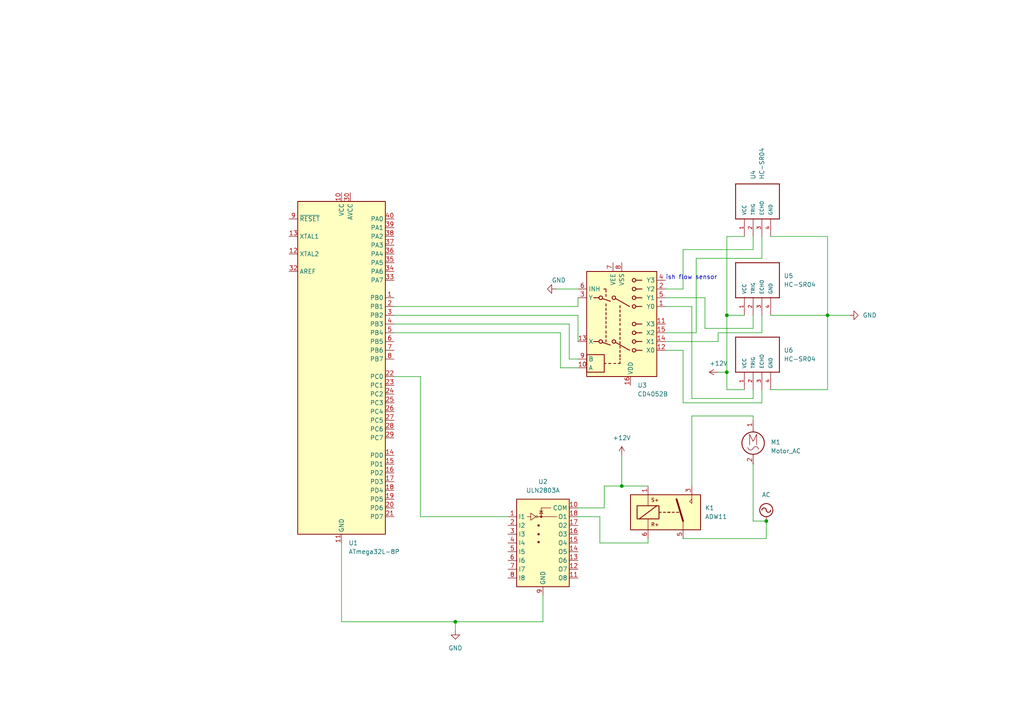
<source format=kicad_sch>
(kicad_sch (version 20211123) (generator eeschema)

  (uuid 3e34a85d-7004-406c-8bad-10218d890af4)

  (paper "A4")

  (lib_symbols
    (symbol "Analog_Switch:CD4052B" (in_bom yes) (on_board yes)
      (property "Reference" "U" (id 0) (at -10.16 16.51 0)
        (effects (font (size 1.27 1.27)) (justify left))
      )
      (property "Value" "CD4052B" (id 1) (at 3.81 16.51 0)
        (effects (font (size 1.27 1.27)) (justify left))
      )
      (property "Footprint" "" (id 2) (at 3.81 -19.05 0)
        (effects (font (size 1.27 1.27)) (justify left) hide)
      )
      (property "Datasheet" "http://www.ti.com/lit/ds/symlink/cd4052b.pdf" (id 3) (at -0.508 5.08 0)
        (effects (font (size 1.27 1.27)) hide)
      )
      (property "ki_keywords" "analog switch selector multiplexer" (id 4) (at 0 0 0)
        (effects (font (size 1.27 1.27)) hide)
      )
      (property "ki_description" "CMOS double 4-channel analog multiplexer/demultiplexer, TSSOP-16/DIP-16/SOIC-16" (id 5) (at 0 0 0)
        (effects (font (size 1.27 1.27)) hide)
      )
      (property "ki_fp_filters" "TSSOP*4.4x5mm*P0.65mm* DIP*W7.62* SOIC*3.9x9.9mm*P1.27mm* SO*5.3x10.2mm*P1.27mm*" (id 6) (at 0 0 0)
        (effects (font (size 1.27 1.27)) hide)
      )
      (symbol "CD4052B_0_1"
        (rectangle (start -10.16 8.89) (end -5.08 13.97)
          (stroke (width 0.254) (type default) (color 0 0 0 0))
          (fill (type none))
        )
        (rectangle (start -10.16 15.24) (end 10.16 -15.24)
          (stroke (width 0.254) (type default) (color 0 0 0 0))
          (fill (type background))
        )
        (circle (center -6.096 -7.62) (radius 0.508)
          (stroke (width 0.254) (type default) (color 0 0 0 0))
          (fill (type none))
        )
        (circle (center -6.096 5.08) (radius 0.508)
          (stroke (width 0.254) (type default) (color 0 0 0 0))
          (fill (type none))
        )
        (circle (center -2.286 -7.62) (radius 0.508)
          (stroke (width 0.254) (type default) (color 0 0 0 0))
          (fill (type none))
        )
        (circle (center -2.286 5.08) (radius 0.508)
          (stroke (width 0.254) (type default) (color 0 0 0 0))
          (fill (type none))
        )
        (polyline
          (pts
            (xy -8.128 -7.62)
            (xy -6.604 -7.62)
          )
          (stroke (width 0.254) (type default) (color 0 0 0 0))
          (fill (type none))
        )
        (polyline
          (pts
            (xy -8.128 5.08)
            (xy -6.604 5.08)
          )
          (stroke (width 0.254) (type default) (color 0 0 0 0))
          (fill (type none))
        )
        (polyline
          (pts
            (xy -5.588 -7.366)
            (xy -3.302 -6.604)
          )
          (stroke (width 0.254) (type default) (color 0 0 0 0))
          (fill (type none))
        )
        (polyline
          (pts
            (xy -5.588 5.334)
            (xy -3.302 6.096)
          )
          (stroke (width 0.254) (type default) (color 0 0 0 0))
          (fill (type none))
        )
        (polyline
          (pts
            (xy -4.572 -10.16)
            (xy -5.207 -10.16)
          )
          (stroke (width 0.254) (type default) (color 0 0 0 0))
          (fill (type none))
        )
        (polyline
          (pts
            (xy -4.572 -9.906)
            (xy -4.572 -9.271)
          )
          (stroke (width 0.254) (type default) (color 0 0 0 0))
          (fill (type none))
        )
        (polyline
          (pts
            (xy -4.572 -8.636)
            (xy -4.572 -8.001)
          )
          (stroke (width 0.254) (type default) (color 0 0 0 0))
          (fill (type none))
        )
        (polyline
          (pts
            (xy -4.572 -5.842)
            (xy -4.572 -5.207)
          )
          (stroke (width 0.254) (type default) (color 0 0 0 0))
          (fill (type none))
        )
        (polyline
          (pts
            (xy -4.572 -4.572)
            (xy -4.572 -3.937)
          )
          (stroke (width 0.254) (type default) (color 0 0 0 0))
          (fill (type none))
        )
        (polyline
          (pts
            (xy -4.572 -3.302)
            (xy -4.572 -2.667)
          )
          (stroke (width 0.254) (type default) (color 0 0 0 0))
          (fill (type none))
        )
        (polyline
          (pts
            (xy -4.572 -2.032)
            (xy -4.572 -1.397)
          )
          (stroke (width 0.254) (type default) (color 0 0 0 0))
          (fill (type none))
        )
        (polyline
          (pts
            (xy -4.572 -0.762)
            (xy -4.572 -0.127)
          )
          (stroke (width 0.254) (type default) (color 0 0 0 0))
          (fill (type none))
        )
        (polyline
          (pts
            (xy -4.572 0.508)
            (xy -4.572 1.143)
          )
          (stroke (width 0.254) (type default) (color 0 0 0 0))
          (fill (type none))
        )
        (polyline
          (pts
            (xy -4.572 2.032)
            (xy -4.572 2.667)
          )
          (stroke (width 0.254) (type default) (color 0 0 0 0))
          (fill (type none))
        )
        (polyline
          (pts
            (xy -4.572 3.302)
            (xy -4.572 3.937)
          )
          (stroke (width 0.254) (type default) (color 0 0 0 0))
          (fill (type none))
        )
        (polyline
          (pts
            (xy -4.572 4.572)
            (xy -4.572 5.207)
          )
          (stroke (width 0.254) (type default) (color 0 0 0 0))
          (fill (type none))
        )
        (polyline
          (pts
            (xy -4.572 11.43)
            (xy -5.08 11.43)
          )
          (stroke (width 0.254) (type default) (color 0 0 0 0))
          (fill (type none))
        )
        (polyline
          (pts
            (xy -3.81 11.43)
            (xy -3.175 11.43)
          )
          (stroke (width 0.254) (type default) (color 0 0 0 0))
          (fill (type none))
        )
        (polyline
          (pts
            (xy -1.778 -7.366)
            (xy 2.286 -5.08)
          )
          (stroke (width 0.254) (type default) (color 0 0 0 0))
          (fill (type none))
        )
        (polyline
          (pts
            (xy -1.778 5.334)
            (xy 2.286 7.62)
          )
          (stroke (width 0.254) (type default) (color 0 0 0 0))
          (fill (type none))
        )
        (polyline
          (pts
            (xy -1.778 11.43)
            (xy -2.286 11.43)
          )
          (stroke (width 0.254) (type default) (color 0 0 0 0))
          (fill (type none))
        )
        (polyline
          (pts
            (xy -0.508 -5.334)
            (xy -0.508 -4.699)
          )
          (stroke (width 0.254) (type default) (color 0 0 0 0))
          (fill (type none))
        )
        (polyline
          (pts
            (xy -0.508 -4.064)
            (xy -0.508 -3.429)
          )
          (stroke (width 0.254) (type default) (color 0 0 0 0))
          (fill (type none))
        )
        (polyline
          (pts
            (xy -0.508 -2.794)
            (xy -0.508 -2.159)
          )
          (stroke (width 0.254) (type default) (color 0 0 0 0))
          (fill (type none))
        )
        (polyline
          (pts
            (xy -0.508 -1.524)
            (xy -0.508 -0.889)
          )
          (stroke (width 0.254) (type default) (color 0 0 0 0))
          (fill (type none))
        )
        (polyline
          (pts
            (xy -0.508 -0.254)
            (xy -0.508 0.381)
          )
          (stroke (width 0.254) (type default) (color 0 0 0 0))
          (fill (type none))
        )
        (polyline
          (pts
            (xy -0.508 1.27)
            (xy -0.508 1.905)
          )
          (stroke (width 0.254) (type default) (color 0 0 0 0))
          (fill (type none))
        )
        (polyline
          (pts
            (xy -0.508 2.54)
            (xy -0.508 3.175)
          )
          (stroke (width 0.254) (type default) (color 0 0 0 0))
          (fill (type none))
        )
        (polyline
          (pts
            (xy -0.508 3.81)
            (xy -0.508 4.445)
          )
          (stroke (width 0.254) (type default) (color 0 0 0 0))
          (fill (type none))
        )
        (polyline
          (pts
            (xy -0.508 5.08)
            (xy -0.508 5.715)
          )
          (stroke (width 0.254) (type default) (color 0 0 0 0))
          (fill (type none))
        )
        (polyline
          (pts
            (xy -0.508 6.35)
            (xy -0.508 6.985)
          )
          (stroke (width 0.254) (type default) (color 0 0 0 0))
          (fill (type none))
        )
        (polyline
          (pts
            (xy -0.508 7.62)
            (xy -0.508 8.255)
          )
          (stroke (width 0.254) (type default) (color 0 0 0 0))
          (fill (type none))
        )
        (polyline
          (pts
            (xy -0.508 8.89)
            (xy -0.508 9.398)
          )
          (stroke (width 0.254) (type default) (color 0 0 0 0))
          (fill (type none))
        )
        (polyline
          (pts
            (xy -0.508 8.89)
            (xy -0.508 9.525)
          )
          (stroke (width 0.254) (type default) (color 0 0 0 0))
          (fill (type none))
        )
        (polyline
          (pts
            (xy -0.508 9.906)
            (xy -0.508 10.414)
          )
          (stroke (width 0.254) (type default) (color 0 0 0 0))
          (fill (type none))
        )
        (polyline
          (pts
            (xy -0.508 10.922)
            (xy -0.508 11.43)
          )
          (stroke (width 0.254) (type default) (color 0 0 0 0))
          (fill (type none))
        )
        (polyline
          (pts
            (xy -0.508 11.43)
            (xy -1.016 11.43)
          )
          (stroke (width 0.254) (type default) (color 0 0 0 0))
          (fill (type none))
        )
        (polyline
          (pts
            (xy 4.064 -12.7)
            (xy 5.842 -12.7)
          )
          (stroke (width 0.254) (type default) (color 0 0 0 0))
          (fill (type none))
        )
        (polyline
          (pts
            (xy 4.064 -10.16)
            (xy 5.842 -10.16)
          )
          (stroke (width 0.254) (type default) (color 0 0 0 0))
          (fill (type none))
        )
        (polyline
          (pts
            (xy 4.064 -7.62)
            (xy 5.842 -7.62)
          )
          (stroke (width 0.254) (type default) (color 0 0 0 0))
          (fill (type none))
        )
        (polyline
          (pts
            (xy 4.064 -5.08)
            (xy 5.842 -5.08)
          )
          (stroke (width 0.254) (type default) (color 0 0 0 0))
          (fill (type none))
        )
        (polyline
          (pts
            (xy 4.064 0)
            (xy 5.842 0)
          )
          (stroke (width 0.254) (type default) (color 0 0 0 0))
          (fill (type none))
        )
        (polyline
          (pts
            (xy 4.064 2.54)
            (xy 5.842 2.54)
          )
          (stroke (width 0.254) (type default) (color 0 0 0 0))
          (fill (type none))
        )
        (polyline
          (pts
            (xy 4.064 5.08)
            (xy 5.842 5.08)
          )
          (stroke (width 0.254) (type default) (color 0 0 0 0))
          (fill (type none))
        )
        (polyline
          (pts
            (xy 4.064 7.62)
            (xy 5.842 7.62)
          )
          (stroke (width 0.254) (type default) (color 0 0 0 0))
          (fill (type none))
        )
        (circle (center 3.556 -12.7) (radius 0.508)
          (stroke (width 0.254) (type default) (color 0 0 0 0))
          (fill (type none))
        )
        (circle (center 3.556 -10.16) (radius 0.508)
          (stroke (width 0.254) (type default) (color 0 0 0 0))
          (fill (type none))
        )
        (circle (center 3.556 -7.62) (radius 0.508)
          (stroke (width 0.254) (type default) (color 0 0 0 0))
          (fill (type none))
        )
        (circle (center 3.556 -5.08) (radius 0.508)
          (stroke (width 0.254) (type default) (color 0 0 0 0))
          (fill (type none))
        )
        (circle (center 3.556 0) (radius 0.508)
          (stroke (width 0.254) (type default) (color 0 0 0 0))
          (fill (type none))
        )
        (circle (center 3.556 2.54) (radius 0.508)
          (stroke (width 0.254) (type default) (color 0 0 0 0))
          (fill (type none))
        )
        (circle (center 3.556 5.08) (radius 0.508)
          (stroke (width 0.254) (type default) (color 0 0 0 0))
          (fill (type none))
        )
        (circle (center 3.556 7.62) (radius 0.508)
          (stroke (width 0.254) (type default) (color 0 0 0 0))
          (fill (type none))
        )
      )
      (symbol "CD4052B_1_1"
        (pin bidirectional line (at 12.7 -5.08 180) (length 2.54)
          (name "Y0" (effects (font (size 1.27 1.27))))
          (number "1" (effects (font (size 1.27 1.27))))
        )
        (pin input line (at -12.7 12.7 0) (length 2.54)
          (name "A" (effects (font (size 1.27 1.27))))
          (number "10" (effects (font (size 1.27 1.27))))
        )
        (pin bidirectional line (at 12.7 0 180) (length 2.54)
          (name "X3" (effects (font (size 1.27 1.27))))
          (number "11" (effects (font (size 1.27 1.27))))
        )
        (pin bidirectional line (at 12.7 7.62 180) (length 2.54)
          (name "X0" (effects (font (size 1.27 1.27))))
          (number "12" (effects (font (size 1.27 1.27))))
        )
        (pin bidirectional line (at -12.7 5.08 0) (length 2.54)
          (name "X" (effects (font (size 1.27 1.27))))
          (number "13" (effects (font (size 1.27 1.27))))
        )
        (pin bidirectional line (at 12.7 5.08 180) (length 2.54)
          (name "X1" (effects (font (size 1.27 1.27))))
          (number "14" (effects (font (size 1.27 1.27))))
        )
        (pin bidirectional line (at 12.7 2.54 180) (length 2.54)
          (name "X2" (effects (font (size 1.27 1.27))))
          (number "15" (effects (font (size 1.27 1.27))))
        )
        (pin power_in line (at 2.54 17.78 270) (length 2.54)
          (name "VDD" (effects (font (size 1.27 1.27))))
          (number "16" (effects (font (size 1.27 1.27))))
        )
        (pin bidirectional line (at 12.7 -10.16 180) (length 2.54)
          (name "Y2" (effects (font (size 1.27 1.27))))
          (number "2" (effects (font (size 1.27 1.27))))
        )
        (pin bidirectional line (at -12.7 -7.62 0) (length 2.54)
          (name "Y" (effects (font (size 1.27 1.27))))
          (number "3" (effects (font (size 1.27 1.27))))
        )
        (pin bidirectional line (at 12.7 -12.7 180) (length 2.54)
          (name "Y3" (effects (font (size 1.27 1.27))))
          (number "4" (effects (font (size 1.27 1.27))))
        )
        (pin bidirectional line (at 12.7 -7.62 180) (length 2.54)
          (name "Y1" (effects (font (size 1.27 1.27))))
          (number "5" (effects (font (size 1.27 1.27))))
        )
        (pin input line (at -12.7 -10.16 0) (length 2.54)
          (name "INH" (effects (font (size 1.27 1.27))))
          (number "6" (effects (font (size 1.27 1.27))))
        )
        (pin power_in line (at -2.54 -17.78 90) (length 2.54)
          (name "VEE" (effects (font (size 1.27 1.27))))
          (number "7" (effects (font (size 1.27 1.27))))
        )
        (pin power_in line (at 0 -17.78 90) (length 2.54)
          (name "VSS" (effects (font (size 1.27 1.27))))
          (number "8" (effects (font (size 1.27 1.27))))
        )
        (pin input line (at -12.7 10.16 0) (length 2.54)
          (name "B" (effects (font (size 1.27 1.27))))
          (number "9" (effects (font (size 1.27 1.27))))
        )
      )
    )
    (symbol "HC-SR04:HC-SR04" (pin_names (offset 1.016)) (in_bom yes) (on_board yes)
      (property "Reference" "U" (id 0) (at 0 5.08 0)
        (effects (font (size 1.27 1.27)) (justify left bottom))
      )
      (property "Value" "HC-SR04" (id 1) (at 0 -10.16 0)
        (effects (font (size 1.27 1.27)) (justify left bottom))
      )
      (property "Footprint" "XCVR_HC-SR04" (id 2) (at 0 0 0)
        (effects (font (size 1.27 1.27)) (justify left bottom) hide)
      )
      (property "Datasheet" "" (id 3) (at 0 0 0)
        (effects (font (size 1.27 1.27)) (justify left bottom) hide)
      )
      (property "MANUFACTURER" "Osepp" (id 4) (at 0 0 0)
        (effects (font (size 1.27 1.27)) (justify left bottom) hide)
      )
      (property "ki_locked" "" (id 5) (at 0 0 0)
        (effects (font (size 1.27 1.27)))
      )
      (symbol "HC-SR04_0_0"
        (polyline
          (pts
            (xy 0 -7.62)
            (xy 10.16 -7.62)
          )
          (stroke (width 0.254) (type default) (color 0 0 0 0))
          (fill (type none))
        )
        (polyline
          (pts
            (xy 0 5.08)
            (xy 0 -7.62)
          )
          (stroke (width 0.254) (type default) (color 0 0 0 0))
          (fill (type none))
        )
        (polyline
          (pts
            (xy 10.16 -7.62)
            (xy 10.16 5.08)
          )
          (stroke (width 0.254) (type default) (color 0 0 0 0))
          (fill (type none))
        )
        (polyline
          (pts
            (xy 10.16 5.08)
            (xy 0 5.08)
          )
          (stroke (width 0.254) (type default) (color 0 0 0 0))
          (fill (type none))
        )
        (pin power_in line (at -5.08 2.54 0) (length 5.08)
          (name "VCC" (effects (font (size 1.016 1.016))))
          (number "1" (effects (font (size 1.016 1.016))))
        )
        (pin bidirectional line (at -5.08 0 0) (length 5.08)
          (name "TRIG" (effects (font (size 1.016 1.016))))
          (number "2" (effects (font (size 1.016 1.016))))
        )
        (pin bidirectional line (at -5.08 -2.54 0) (length 5.08)
          (name "ECHO" (effects (font (size 1.016 1.016))))
          (number "3" (effects (font (size 1.016 1.016))))
        )
        (pin power_in line (at -5.08 -5.08 0) (length 5.08)
          (name "GND" (effects (font (size 1.016 1.016))))
          (number "4" (effects (font (size 1.016 1.016))))
        )
      )
    )
    (symbol "MCU_Microchip_ATmega:ATmega32L-8P" (in_bom yes) (on_board yes)
      (property "Reference" "U" (id 0) (at -12.7 49.53 0)
        (effects (font (size 1.27 1.27)) (justify left bottom))
      )
      (property "Value" "ATmega32L-8P" (id 1) (at 2.54 -49.53 0)
        (effects (font (size 1.27 1.27)) (justify left top))
      )
      (property "Footprint" "Package_DIP:DIP-40_W15.24mm" (id 2) (at 0 0 0)
        (effects (font (size 1.27 1.27) italic) hide)
      )
      (property "Datasheet" "http://ww1.microchip.com/downloads/en/DeviceDoc/doc2503.pdf" (id 3) (at 0 0 0)
        (effects (font (size 1.27 1.27)) hide)
      )
      (property "ki_keywords" "AVR 8bit Microcontroller MegaAVR" (id 4) (at 0 0 0)
        (effects (font (size 1.27 1.27)) hide)
      )
      (property "ki_description" "8MHz, 32kB Flash, 2kB SRAM, 1kB EEPROM, JTAG, DIP-40" (id 5) (at 0 0 0)
        (effects (font (size 1.27 1.27)) hide)
      )
      (property "ki_fp_filters" "DIP*W15.24mm*" (id 6) (at 0 0 0)
        (effects (font (size 1.27 1.27)) hide)
      )
      (symbol "ATmega32L-8P_0_1"
        (rectangle (start -12.7 -48.26) (end 12.7 48.26)
          (stroke (width 0.254) (type default) (color 0 0 0 0))
          (fill (type background))
        )
      )
      (symbol "ATmega32L-8P_1_1"
        (pin bidirectional line (at 15.24 20.32 180) (length 2.54)
          (name "PB0" (effects (font (size 1.27 1.27))))
          (number "1" (effects (font (size 1.27 1.27))))
        )
        (pin power_in line (at 0 50.8 270) (length 2.54)
          (name "VCC" (effects (font (size 1.27 1.27))))
          (number "10" (effects (font (size 1.27 1.27))))
        )
        (pin power_in line (at 0 -50.8 90) (length 2.54)
          (name "GND" (effects (font (size 1.27 1.27))))
          (number "11" (effects (font (size 1.27 1.27))))
        )
        (pin output line (at -15.24 33.02 0) (length 2.54)
          (name "XTAL2" (effects (font (size 1.27 1.27))))
          (number "12" (effects (font (size 1.27 1.27))))
        )
        (pin input line (at -15.24 38.1 0) (length 2.54)
          (name "XTAL1" (effects (font (size 1.27 1.27))))
          (number "13" (effects (font (size 1.27 1.27))))
        )
        (pin bidirectional line (at 15.24 -25.4 180) (length 2.54)
          (name "PD0" (effects (font (size 1.27 1.27))))
          (number "14" (effects (font (size 1.27 1.27))))
        )
        (pin bidirectional line (at 15.24 -27.94 180) (length 2.54)
          (name "PD1" (effects (font (size 1.27 1.27))))
          (number "15" (effects (font (size 1.27 1.27))))
        )
        (pin bidirectional line (at 15.24 -30.48 180) (length 2.54)
          (name "PD2" (effects (font (size 1.27 1.27))))
          (number "16" (effects (font (size 1.27 1.27))))
        )
        (pin bidirectional line (at 15.24 -33.02 180) (length 2.54)
          (name "PD3" (effects (font (size 1.27 1.27))))
          (number "17" (effects (font (size 1.27 1.27))))
        )
        (pin bidirectional line (at 15.24 -35.56 180) (length 2.54)
          (name "PD4" (effects (font (size 1.27 1.27))))
          (number "18" (effects (font (size 1.27 1.27))))
        )
        (pin bidirectional line (at 15.24 -38.1 180) (length 2.54)
          (name "PD5" (effects (font (size 1.27 1.27))))
          (number "19" (effects (font (size 1.27 1.27))))
        )
        (pin bidirectional line (at 15.24 17.78 180) (length 2.54)
          (name "PB1" (effects (font (size 1.27 1.27))))
          (number "2" (effects (font (size 1.27 1.27))))
        )
        (pin bidirectional line (at 15.24 -40.64 180) (length 2.54)
          (name "PD6" (effects (font (size 1.27 1.27))))
          (number "20" (effects (font (size 1.27 1.27))))
        )
        (pin bidirectional line (at 15.24 -43.18 180) (length 2.54)
          (name "PD7" (effects (font (size 1.27 1.27))))
          (number "21" (effects (font (size 1.27 1.27))))
        )
        (pin bidirectional line (at 15.24 -2.54 180) (length 2.54)
          (name "PC0" (effects (font (size 1.27 1.27))))
          (number "22" (effects (font (size 1.27 1.27))))
        )
        (pin bidirectional line (at 15.24 -5.08 180) (length 2.54)
          (name "PC1" (effects (font (size 1.27 1.27))))
          (number "23" (effects (font (size 1.27 1.27))))
        )
        (pin bidirectional line (at 15.24 -7.62 180) (length 2.54)
          (name "PC2" (effects (font (size 1.27 1.27))))
          (number "24" (effects (font (size 1.27 1.27))))
        )
        (pin bidirectional line (at 15.24 -10.16 180) (length 2.54)
          (name "PC3" (effects (font (size 1.27 1.27))))
          (number "25" (effects (font (size 1.27 1.27))))
        )
        (pin bidirectional line (at 15.24 -12.7 180) (length 2.54)
          (name "PC4" (effects (font (size 1.27 1.27))))
          (number "26" (effects (font (size 1.27 1.27))))
        )
        (pin bidirectional line (at 15.24 -15.24 180) (length 2.54)
          (name "PC5" (effects (font (size 1.27 1.27))))
          (number "27" (effects (font (size 1.27 1.27))))
        )
        (pin bidirectional line (at 15.24 -17.78 180) (length 2.54)
          (name "PC6" (effects (font (size 1.27 1.27))))
          (number "28" (effects (font (size 1.27 1.27))))
        )
        (pin bidirectional line (at 15.24 -20.32 180) (length 2.54)
          (name "PC7" (effects (font (size 1.27 1.27))))
          (number "29" (effects (font (size 1.27 1.27))))
        )
        (pin bidirectional line (at 15.24 15.24 180) (length 2.54)
          (name "PB2" (effects (font (size 1.27 1.27))))
          (number "3" (effects (font (size 1.27 1.27))))
        )
        (pin power_in line (at 2.54 50.8 270) (length 2.54)
          (name "AVCC" (effects (font (size 1.27 1.27))))
          (number "30" (effects (font (size 1.27 1.27))))
        )
        (pin passive line (at 0 -50.8 90) (length 2.54) hide
          (name "GND" (effects (font (size 1.27 1.27))))
          (number "31" (effects (font (size 1.27 1.27))))
        )
        (pin passive line (at -15.24 27.94 0) (length 2.54)
          (name "AREF" (effects (font (size 1.27 1.27))))
          (number "32" (effects (font (size 1.27 1.27))))
        )
        (pin bidirectional line (at 15.24 25.4 180) (length 2.54)
          (name "PA7" (effects (font (size 1.27 1.27))))
          (number "33" (effects (font (size 1.27 1.27))))
        )
        (pin bidirectional line (at 15.24 27.94 180) (length 2.54)
          (name "PA6" (effects (font (size 1.27 1.27))))
          (number "34" (effects (font (size 1.27 1.27))))
        )
        (pin bidirectional line (at 15.24 30.48 180) (length 2.54)
          (name "PA5" (effects (font (size 1.27 1.27))))
          (number "35" (effects (font (size 1.27 1.27))))
        )
        (pin bidirectional line (at 15.24 33.02 180) (length 2.54)
          (name "PA4" (effects (font (size 1.27 1.27))))
          (number "36" (effects (font (size 1.27 1.27))))
        )
        (pin bidirectional line (at 15.24 35.56 180) (length 2.54)
          (name "PA3" (effects (font (size 1.27 1.27))))
          (number "37" (effects (font (size 1.27 1.27))))
        )
        (pin bidirectional line (at 15.24 38.1 180) (length 2.54)
          (name "PA2" (effects (font (size 1.27 1.27))))
          (number "38" (effects (font (size 1.27 1.27))))
        )
        (pin bidirectional line (at 15.24 40.64 180) (length 2.54)
          (name "PA1" (effects (font (size 1.27 1.27))))
          (number "39" (effects (font (size 1.27 1.27))))
        )
        (pin bidirectional line (at 15.24 12.7 180) (length 2.54)
          (name "PB3" (effects (font (size 1.27 1.27))))
          (number "4" (effects (font (size 1.27 1.27))))
        )
        (pin bidirectional line (at 15.24 43.18 180) (length 2.54)
          (name "PA0" (effects (font (size 1.27 1.27))))
          (number "40" (effects (font (size 1.27 1.27))))
        )
        (pin bidirectional line (at 15.24 10.16 180) (length 2.54)
          (name "PB4" (effects (font (size 1.27 1.27))))
          (number "5" (effects (font (size 1.27 1.27))))
        )
        (pin bidirectional line (at 15.24 7.62 180) (length 2.54)
          (name "PB5" (effects (font (size 1.27 1.27))))
          (number "6" (effects (font (size 1.27 1.27))))
        )
        (pin bidirectional line (at 15.24 5.08 180) (length 2.54)
          (name "PB6" (effects (font (size 1.27 1.27))))
          (number "7" (effects (font (size 1.27 1.27))))
        )
        (pin bidirectional line (at 15.24 2.54 180) (length 2.54)
          (name "PB7" (effects (font (size 1.27 1.27))))
          (number "8" (effects (font (size 1.27 1.27))))
        )
        (pin input line (at -15.24 43.18 0) (length 2.54)
          (name "~{RESET}" (effects (font (size 1.27 1.27))))
          (number "9" (effects (font (size 1.27 1.27))))
        )
      )
    )
    (symbol "Motor:Motor_AC" (pin_names (offset 0)) (in_bom yes) (on_board yes)
      (property "Reference" "M" (id 0) (at 2.54 2.54 0)
        (effects (font (size 1.27 1.27)) (justify left))
      )
      (property "Value" "Motor_AC" (id 1) (at 2.54 -5.08 0)
        (effects (font (size 1.27 1.27)) (justify left top))
      )
      (property "Footprint" "" (id 2) (at 0 -2.286 0)
        (effects (font (size 1.27 1.27)) hide)
      )
      (property "Datasheet" "~" (id 3) (at 0 -2.286 0)
        (effects (font (size 1.27 1.27)) hide)
      )
      (property "ki_keywords" "AC Motor" (id 4) (at 0 0 0)
        (effects (font (size 1.27 1.27)) hide)
      )
      (property "ki_description" "AC Motor" (id 5) (at 0 0 0)
        (effects (font (size 1.27 1.27)) hide)
      )
      (property "ki_fp_filters" "PinHeader*P2.54mm* TerminalBlock*" (id 6) (at 0 0 0)
        (effects (font (size 1.27 1.27)) hide)
      )
      (symbol "Motor_AC_0_0"
        (arc (start -1.524 -2.794) (mid -0.8654 -3.5217) (end 0 -3.048)
          (stroke (width 0) (type default) (color 0 0 0 0))
          (fill (type none))
        )
        (polyline
          (pts
            (xy -1.016 -2.032)
            (xy -1.016 1.016)
            (xy 0 -1.016)
            (xy 1.016 1.016)
            (xy 1.016 -2.032)
          )
          (stroke (width 0) (type default) (color 0 0 0 0))
          (fill (type none))
        )
        (arc (start 1.524 -3.302) (mid 0.85 -2.5503) (end 0 -3.048)
          (stroke (width 0) (type default) (color 0 0 0 0))
          (fill (type none))
        )
      )
      (symbol "Motor_AC_0_1"
        (circle (center 0 -1.524) (radius 3.2512)
          (stroke (width 0.254) (type default) (color 0 0 0 0))
          (fill (type none))
        )
        (polyline
          (pts
            (xy 0 -7.62)
            (xy 0 -7.112)
          )
          (stroke (width 0) (type default) (color 0 0 0 0))
          (fill (type none))
        )
        (polyline
          (pts
            (xy 0 -4.7752)
            (xy 0 -5.1816)
          )
          (stroke (width 0) (type default) (color 0 0 0 0))
          (fill (type none))
        )
        (polyline
          (pts
            (xy 0 1.7272)
            (xy 0 2.0828)
          )
          (stroke (width 0) (type default) (color 0 0 0 0))
          (fill (type none))
        )
        (polyline
          (pts
            (xy 0 2.032)
            (xy 0 2.54)
          )
          (stroke (width 0) (type default) (color 0 0 0 0))
          (fill (type none))
        )
      )
      (symbol "Motor_AC_1_1"
        (pin passive line (at 0 5.08 270) (length 2.54)
          (name "~" (effects (font (size 1.27 1.27))))
          (number "1" (effects (font (size 1.27 1.27))))
        )
        (pin passive line (at 0 -7.62 90) (length 2.54)
          (name "~" (effects (font (size 1.27 1.27))))
          (number "2" (effects (font (size 1.27 1.27))))
        )
      )
    )
    (symbol "Relay:ADW11" (in_bom yes) (on_board yes)
      (property "Reference" "K" (id 0) (at 11.43 3.81 0)
        (effects (font (size 1.27 1.27)))
      )
      (property "Value" "ADW11" (id 1) (at 13.97 1.27 0)
        (effects (font (size 1.27 1.27)))
      )
      (property "Footprint" "Relay_THT:Relay_1P1T_NO_10x24x18.8mm_Panasonic_ADW11xxxxW_THT" (id 2) (at 33.655 -1.27 0)
        (effects (font (size 1.27 1.27)) hide)
      )
      (property "Datasheet" "https://www.panasonic-electric-works.com/pew/es/downloads/ds_dw_hl_en.pdf" (id 3) (at 0 0 0)
        (effects (font (size 1.27 1.27)) hide)
      )
      (property "ki_keywords" "SPST 1P1T" (id 4) (at 0 0 0)
        (effects (font (size 1.27 1.27)) hide)
      )
      (property "ki_description" "Panasonic, 8A/16A, Small Polarized Latching Power Relays, Single coil, 1 Form A" (id 5) (at 0 0 0)
        (effects (font (size 1.27 1.27)) hide)
      )
      (property "ki_fp_filters" "Relay*1P1T*NO*Panasonic*ADW11xxxxW*" (id 6) (at 0 0 0)
        (effects (font (size 1.27 1.27)) hide)
      )
      (symbol "ADW11_1_1"
        (rectangle (start -10.16 5.08) (end 10.16 -5.08)
          (stroke (width 0.254) (type default) (color 0 0 0 0))
          (fill (type background))
        )
        (rectangle (start -8.255 1.905) (end -1.905 -1.905)
          (stroke (width 0.254) (type default) (color 0 0 0 0))
          (fill (type none))
        )
        (polyline
          (pts
            (xy -7.62 -1.905)
            (xy -2.54 1.905)
          )
          (stroke (width 0.254) (type default) (color 0 0 0 0))
          (fill (type none))
        )
        (polyline
          (pts
            (xy -5.08 -5.08)
            (xy -5.08 -1.905)
          )
          (stroke (width 0) (type default) (color 0 0 0 0))
          (fill (type none))
        )
        (polyline
          (pts
            (xy -5.08 5.08)
            (xy -5.08 1.905)
          )
          (stroke (width 0) (type default) (color 0 0 0 0))
          (fill (type none))
        )
        (polyline
          (pts
            (xy -1.905 0)
            (xy -1.27 0)
          )
          (stroke (width 0.254) (type default) (color 0 0 0 0))
          (fill (type none))
        )
        (polyline
          (pts
            (xy -0.635 0)
            (xy 0 0)
          )
          (stroke (width 0.254) (type default) (color 0 0 0 0))
          (fill (type none))
        )
        (polyline
          (pts
            (xy 0.635 0)
            (xy 1.27 0)
          )
          (stroke (width 0.254) (type default) (color 0 0 0 0))
          (fill (type none))
        )
        (polyline
          (pts
            (xy 0.635 0)
            (xy 1.27 0)
          )
          (stroke (width 0.254) (type default) (color 0 0 0 0))
          (fill (type none))
        )
        (polyline
          (pts
            (xy 1.905 0)
            (xy 2.54 0)
          )
          (stroke (width 0.254) (type default) (color 0 0 0 0))
          (fill (type none))
        )
        (polyline
          (pts
            (xy 3.175 0)
            (xy 3.81 0)
          )
          (stroke (width 0.254) (type default) (color 0 0 0 0))
          (fill (type none))
        )
        (polyline
          (pts
            (xy 5.08 -2.54)
            (xy 3.175 3.81)
          )
          (stroke (width 0.508) (type default) (color 0 0 0 0))
          (fill (type none))
        )
        (polyline
          (pts
            (xy 5.08 -2.54)
            (xy 5.08 -5.08)
          )
          (stroke (width 0) (type default) (color 0 0 0 0))
          (fill (type none))
        )
        (polyline
          (pts
            (xy 7.62 3.81)
            (xy 7.62 5.08)
          )
          (stroke (width 0) (type default) (color 0 0 0 0))
          (fill (type none))
        )
        (polyline
          (pts
            (xy 7.62 3.81)
            (xy 7.62 2.54)
            (xy 6.985 3.175)
            (xy 7.62 3.81)
          )
          (stroke (width 0) (type default) (color 0 0 0 0))
          (fill (type none))
        )
        (text "R+" (at -3.048 -3.556 0)
          (effects (font (size 1.016 1.016)))
        )
        (text "S+" (at -3.048 3.556 0)
          (effects (font (size 1.016 1.016)))
        )
        (pin passive line (at -5.08 7.62 270) (length 2.54)
          (name "~" (effects (font (size 1.27 1.27))))
          (number "1" (effects (font (size 1.27 1.27))))
        )
        (pin passive line (at 7.62 7.62 270) (length 2.54)
          (name "~" (effects (font (size 1.27 1.27))))
          (number "3" (effects (font (size 1.27 1.27))))
        )
        (pin passive line (at 5.08 -7.62 90) (length 2.54)
          (name "~" (effects (font (size 1.27 1.27))))
          (number "5" (effects (font (size 1.27 1.27))))
        )
        (pin passive line (at -5.08 -7.62 90) (length 2.54)
          (name "~" (effects (font (size 1.27 1.27))))
          (number "6" (effects (font (size 1.27 1.27))))
        )
      )
    )
    (symbol "Transistor_Array:ULN2803A" (in_bom yes) (on_board yes)
      (property "Reference" "U" (id 0) (at 0 13.335 0)
        (effects (font (size 1.27 1.27)))
      )
      (property "Value" "ULN2803A" (id 1) (at 0 11.43 0)
        (effects (font (size 1.27 1.27)))
      )
      (property "Footprint" "" (id 2) (at 1.27 -16.51 0)
        (effects (font (size 1.27 1.27)) (justify left) hide)
      )
      (property "Datasheet" "http://www.ti.com/lit/ds/symlink/uln2803a.pdf" (id 3) (at 2.54 -5.08 0)
        (effects (font (size 1.27 1.27)) hide)
      )
      (property "ki_keywords" "Darlington transistor array" (id 4) (at 0 0 0)
        (effects (font (size 1.27 1.27)) hide)
      )
      (property "ki_description" "Darlington Transistor Arrays, SOIC18/DIP18" (id 5) (at 0 0 0)
        (effects (font (size 1.27 1.27)) hide)
      )
      (property "ki_fp_filters" "DIP*W7.62mm* SOIC*7.5x11.6mm*P1.27mm*" (id 6) (at 0 0 0)
        (effects (font (size 1.27 1.27)) hide)
      )
      (symbol "ULN2803A_0_1"
        (rectangle (start -7.62 -15.24) (end 7.62 10.16)
          (stroke (width 0.254) (type default) (color 0 0 0 0))
          (fill (type background))
        )
        (circle (center -1.778 5.08) (radius 0.254)
          (stroke (width 0) (type default) (color 0 0 0 0))
          (fill (type none))
        )
        (circle (center -1.27 -2.286) (radius 0.254)
          (stroke (width 0) (type default) (color 0 0 0 0))
          (fill (type outline))
        )
        (circle (center -1.27 0) (radius 0.254)
          (stroke (width 0) (type default) (color 0 0 0 0))
          (fill (type outline))
        )
        (circle (center -1.27 2.54) (radius 0.254)
          (stroke (width 0) (type default) (color 0 0 0 0))
          (fill (type outline))
        )
        (circle (center -0.508 5.08) (radius 0.254)
          (stroke (width 0) (type default) (color 0 0 0 0))
          (fill (type outline))
        )
        (polyline
          (pts
            (xy -4.572 5.08)
            (xy -3.556 5.08)
          )
          (stroke (width 0) (type default) (color 0 0 0 0))
          (fill (type none))
        )
        (polyline
          (pts
            (xy -1.524 5.08)
            (xy 4.064 5.08)
          )
          (stroke (width 0) (type default) (color 0 0 0 0))
          (fill (type none))
        )
        (polyline
          (pts
            (xy 0 6.731)
            (xy -1.016 6.731)
          )
          (stroke (width 0) (type default) (color 0 0 0 0))
          (fill (type none))
        )
        (polyline
          (pts
            (xy -0.508 5.08)
            (xy -0.508 7.62)
            (xy 2.286 7.62)
          )
          (stroke (width 0) (type default) (color 0 0 0 0))
          (fill (type none))
        )
        (polyline
          (pts
            (xy -3.556 6.096)
            (xy -3.556 4.064)
            (xy -2.032 5.08)
            (xy -3.556 6.096)
          )
          (stroke (width 0) (type default) (color 0 0 0 0))
          (fill (type none))
        )
        (polyline
          (pts
            (xy 0 5.969)
            (xy -1.016 5.969)
            (xy -0.508 6.731)
            (xy 0 5.969)
          )
          (stroke (width 0) (type default) (color 0 0 0 0))
          (fill (type none))
        )
      )
      (symbol "ULN2803A_1_1"
        (pin input line (at -10.16 5.08 0) (length 2.54)
          (name "I1" (effects (font (size 1.27 1.27))))
          (number "1" (effects (font (size 1.27 1.27))))
        )
        (pin passive line (at 10.16 7.62 180) (length 2.54)
          (name "COM" (effects (font (size 1.27 1.27))))
          (number "10" (effects (font (size 1.27 1.27))))
        )
        (pin open_collector line (at 10.16 -12.7 180) (length 2.54)
          (name "O8" (effects (font (size 1.27 1.27))))
          (number "11" (effects (font (size 1.27 1.27))))
        )
        (pin open_collector line (at 10.16 -10.16 180) (length 2.54)
          (name "O7" (effects (font (size 1.27 1.27))))
          (number "12" (effects (font (size 1.27 1.27))))
        )
        (pin open_collector line (at 10.16 -7.62 180) (length 2.54)
          (name "O6" (effects (font (size 1.27 1.27))))
          (number "13" (effects (font (size 1.27 1.27))))
        )
        (pin open_collector line (at 10.16 -5.08 180) (length 2.54)
          (name "O5" (effects (font (size 1.27 1.27))))
          (number "14" (effects (font (size 1.27 1.27))))
        )
        (pin open_collector line (at 10.16 -2.54 180) (length 2.54)
          (name "O4" (effects (font (size 1.27 1.27))))
          (number "15" (effects (font (size 1.27 1.27))))
        )
        (pin open_collector line (at 10.16 0 180) (length 2.54)
          (name "O3" (effects (font (size 1.27 1.27))))
          (number "16" (effects (font (size 1.27 1.27))))
        )
        (pin open_collector line (at 10.16 2.54 180) (length 2.54)
          (name "O2" (effects (font (size 1.27 1.27))))
          (number "17" (effects (font (size 1.27 1.27))))
        )
        (pin open_collector line (at 10.16 5.08 180) (length 2.54)
          (name "O1" (effects (font (size 1.27 1.27))))
          (number "18" (effects (font (size 1.27 1.27))))
        )
        (pin input line (at -10.16 2.54 0) (length 2.54)
          (name "I2" (effects (font (size 1.27 1.27))))
          (number "2" (effects (font (size 1.27 1.27))))
        )
        (pin input line (at -10.16 0 0) (length 2.54)
          (name "I3" (effects (font (size 1.27 1.27))))
          (number "3" (effects (font (size 1.27 1.27))))
        )
        (pin input line (at -10.16 -2.54 0) (length 2.54)
          (name "I4" (effects (font (size 1.27 1.27))))
          (number "4" (effects (font (size 1.27 1.27))))
        )
        (pin input line (at -10.16 -5.08 0) (length 2.54)
          (name "I5" (effects (font (size 1.27 1.27))))
          (number "5" (effects (font (size 1.27 1.27))))
        )
        (pin input line (at -10.16 -7.62 0) (length 2.54)
          (name "I6" (effects (font (size 1.27 1.27))))
          (number "6" (effects (font (size 1.27 1.27))))
        )
        (pin input line (at -10.16 -10.16 0) (length 2.54)
          (name "I7" (effects (font (size 1.27 1.27))))
          (number "7" (effects (font (size 1.27 1.27))))
        )
        (pin input line (at -10.16 -12.7 0) (length 2.54)
          (name "I8" (effects (font (size 1.27 1.27))))
          (number "8" (effects (font (size 1.27 1.27))))
        )
        (pin power_in line (at 0 -17.78 90) (length 2.54)
          (name "GND" (effects (font (size 1.27 1.27))))
          (number "9" (effects (font (size 1.27 1.27))))
        )
      )
    )
    (symbol "power:+12V" (power) (pin_names (offset 0)) (in_bom yes) (on_board yes)
      (property "Reference" "#PWR" (id 0) (at 0 -3.81 0)
        (effects (font (size 1.27 1.27)) hide)
      )
      (property "Value" "+12V" (id 1) (at 0 3.556 0)
        (effects (font (size 1.27 1.27)))
      )
      (property "Footprint" "" (id 2) (at 0 0 0)
        (effects (font (size 1.27 1.27)) hide)
      )
      (property "Datasheet" "" (id 3) (at 0 0 0)
        (effects (font (size 1.27 1.27)) hide)
      )
      (property "ki_keywords" "power-flag" (id 4) (at 0 0 0)
        (effects (font (size 1.27 1.27)) hide)
      )
      (property "ki_description" "Power symbol creates a global label with name \"+12V\"" (id 5) (at 0 0 0)
        (effects (font (size 1.27 1.27)) hide)
      )
      (symbol "+12V_0_1"
        (polyline
          (pts
            (xy -0.762 1.27)
            (xy 0 2.54)
          )
          (stroke (width 0) (type default) (color 0 0 0 0))
          (fill (type none))
        )
        (polyline
          (pts
            (xy 0 0)
            (xy 0 2.54)
          )
          (stroke (width 0) (type default) (color 0 0 0 0))
          (fill (type none))
        )
        (polyline
          (pts
            (xy 0 2.54)
            (xy 0.762 1.27)
          )
          (stroke (width 0) (type default) (color 0 0 0 0))
          (fill (type none))
        )
      )
      (symbol "+12V_1_1"
        (pin power_in line (at 0 0 90) (length 0) hide
          (name "+12V" (effects (font (size 1.27 1.27))))
          (number "1" (effects (font (size 1.27 1.27))))
        )
      )
    )
    (symbol "power:AC" (power) (pin_names (offset 0)) (in_bom yes) (on_board yes)
      (property "Reference" "#PWR" (id 0) (at 0 -2.54 0)
        (effects (font (size 1.27 1.27)) hide)
      )
      (property "Value" "AC" (id 1) (at 0 6.35 0)
        (effects (font (size 1.27 1.27)))
      )
      (property "Footprint" "" (id 2) (at 0 0 0)
        (effects (font (size 1.27 1.27)) hide)
      )
      (property "Datasheet" "" (id 3) (at 0 0 0)
        (effects (font (size 1.27 1.27)) hide)
      )
      (property "ki_keywords" "power-flag" (id 4) (at 0 0 0)
        (effects (font (size 1.27 1.27)) hide)
      )
      (property "ki_description" "Power symbol creates a global label with name \"AC\"" (id 5) (at 0 0 0)
        (effects (font (size 1.27 1.27)) hide)
      )
      (symbol "AC_0_1"
        (polyline
          (pts
            (xy 0 0)
            (xy 0 1.27)
          )
          (stroke (width 0) (type default) (color 0 0 0 0))
          (fill (type none))
        )
        (arc (start 0 3.175) (mid -0.635 3.81) (end -1.27 3.175)
          (stroke (width 0.254) (type default) (color 0 0 0 0))
          (fill (type none))
        )
        (arc (start 0 3.175) (mid 0.635 2.54) (end 1.27 3.175)
          (stroke (width 0.254) (type default) (color 0 0 0 0))
          (fill (type none))
        )
        (circle (center 0 3.175) (radius 1.905)
          (stroke (width 0.254) (type default) (color 0 0 0 0))
          (fill (type none))
        )
      )
      (symbol "AC_1_1"
        (pin power_in line (at 0 0 90) (length 0) hide
          (name "AC" (effects (font (size 1.27 1.27))))
          (number "1" (effects (font (size 1.27 1.27))))
        )
      )
    )
    (symbol "power:GND" (power) (pin_names (offset 0)) (in_bom yes) (on_board yes)
      (property "Reference" "#PWR" (id 0) (at 0 -6.35 0)
        (effects (font (size 1.27 1.27)) hide)
      )
      (property "Value" "GND" (id 1) (at 0 -3.81 0)
        (effects (font (size 1.27 1.27)))
      )
      (property "Footprint" "" (id 2) (at 0 0 0)
        (effects (font (size 1.27 1.27)) hide)
      )
      (property "Datasheet" "" (id 3) (at 0 0 0)
        (effects (font (size 1.27 1.27)) hide)
      )
      (property "ki_keywords" "power-flag" (id 4) (at 0 0 0)
        (effects (font (size 1.27 1.27)) hide)
      )
      (property "ki_description" "Power symbol creates a global label with name \"GND\" , ground" (id 5) (at 0 0 0)
        (effects (font (size 1.27 1.27)) hide)
      )
      (symbol "GND_0_1"
        (polyline
          (pts
            (xy 0 0)
            (xy 0 -1.27)
            (xy 1.27 -1.27)
            (xy 0 -2.54)
            (xy -1.27 -1.27)
            (xy 0 -1.27)
          )
          (stroke (width 0) (type default) (color 0 0 0 0))
          (fill (type none))
        )
      )
      (symbol "GND_1_1"
        (pin power_in line (at 0 0 270) (length 0) hide
          (name "GND" (effects (font (size 1.27 1.27))))
          (number "1" (effects (font (size 1.27 1.27))))
        )
      )
    )
  )

  (junction (at 180.34 140.97) (diameter 0) (color 0 0 0 0)
    (uuid 07148e80-9546-4316-8334-a43662ddaae3)
  )
  (junction (at 210.82 91.44) (diameter 0) (color 0 0 0 0)
    (uuid 142475ed-152b-47f1-866b-de35bd7b14c6)
  )
  (junction (at 222.25 151.13) (diameter 0) (color 0 0 0 0)
    (uuid 2e6ed121-939a-44e3-8f20-2d31ba12e903)
  )
  (junction (at 240.03 91.44) (diameter 0) (color 0 0 0 0)
    (uuid 715045d0-3376-480b-b7fe-7c66d8bafcd2)
  )
  (junction (at 132.08 180.34) (diameter 0) (color 0 0 0 0)
    (uuid 79153e64-f755-4d52-805d-1ad7977276a5)
  )
  (junction (at 210.82 107.95) (diameter 0) (color 0 0 0 0)
    (uuid e0e7de04-8126-4915-b37d-34b87fdb8f6b)
  )

  (wire (pts (xy 220.98 91.44) (xy 220.98 96.52))
    (stroke (width 0) (type default) (color 0 0 0 0))
    (uuid 0be54d07-bf3c-49a7-af85-09749cc8ab6e)
  )
  (wire (pts (xy 114.3 88.9) (xy 167.64 88.9))
    (stroke (width 0) (type default) (color 0 0 0 0))
    (uuid 0c23b61d-30a8-4b61-9ed9-be7a195f7b45)
  )
  (wire (pts (xy 218.44 151.13) (xy 222.25 151.13))
    (stroke (width 0) (type default) (color 0 0 0 0))
    (uuid 114e9a10-7eb4-4e12-8c72-d7f166ac4ebf)
  )
  (wire (pts (xy 218.44 72.39) (xy 218.44 68.58))
    (stroke (width 0) (type default) (color 0 0 0 0))
    (uuid 130150ed-8df1-4189-9509-f4adf8ff10c7)
  )
  (wire (pts (xy 198.12 156.21) (xy 222.25 156.21))
    (stroke (width 0) (type default) (color 0 0 0 0))
    (uuid 13321fd0-9280-476e-94c4-065e1926a36a)
  )
  (wire (pts (xy 200.66 120.65) (xy 218.44 120.65))
    (stroke (width 0) (type default) (color 0 0 0 0))
    (uuid 1a27e981-6f24-4e1d-b0aa-00025f193add)
  )
  (wire (pts (xy 201.93 96.52) (xy 201.93 74.93))
    (stroke (width 0) (type default) (color 0 0 0 0))
    (uuid 22c66d31-ca81-401e-9c1b-41507430d764)
  )
  (wire (pts (xy 193.04 83.82) (xy 198.12 83.82))
    (stroke (width 0) (type default) (color 0 0 0 0))
    (uuid 2bc3e4f5-9797-43de-ba35-35519900583f)
  )
  (wire (pts (xy 167.64 86.36) (xy 167.64 88.9))
    (stroke (width 0) (type default) (color 0 0 0 0))
    (uuid 2fcdabc0-086c-411a-a5c2-087bf5666b0b)
  )
  (wire (pts (xy 198.12 83.82) (xy 198.12 72.39))
    (stroke (width 0) (type default) (color 0 0 0 0))
    (uuid 344a67ae-757e-4416-8bb4-f7dbf87385a4)
  )
  (wire (pts (xy 167.64 147.32) (xy 175.26 147.32))
    (stroke (width 0) (type default) (color 0 0 0 0))
    (uuid 38478118-7782-4033-ab26-1a0eca9f5ee6)
  )
  (wire (pts (xy 114.3 109.22) (xy 121.92 109.22))
    (stroke (width 0) (type default) (color 0 0 0 0))
    (uuid 39245fce-5e11-4184-af16-6f847cfeda9e)
  )
  (wire (pts (xy 218.44 120.65) (xy 218.44 121.92))
    (stroke (width 0) (type default) (color 0 0 0 0))
    (uuid 3b07212e-633c-4c01-b44a-cc13ddd404fe)
  )
  (wire (pts (xy 204.47 86.36) (xy 204.47 95.25))
    (stroke (width 0) (type default) (color 0 0 0 0))
    (uuid 3f43c031-3958-4b2d-b048-3635ac7fbacb)
  )
  (wire (pts (xy 121.92 149.86) (xy 147.32 149.86))
    (stroke (width 0) (type default) (color 0 0 0 0))
    (uuid 3f5cd7f2-8996-4789-a332-194497916b2e)
  )
  (wire (pts (xy 200.66 88.9) (xy 200.66 115.57))
    (stroke (width 0) (type default) (color 0 0 0 0))
    (uuid 41c27bf5-568e-459d-91a8-ed2513e3cd02)
  )
  (wire (pts (xy 157.48 172.72) (xy 157.48 180.34))
    (stroke (width 0) (type default) (color 0 0 0 0))
    (uuid 429f62bc-1851-4cde-a67d-57d0552b2f26)
  )
  (wire (pts (xy 99.06 180.34) (xy 132.08 180.34))
    (stroke (width 0) (type default) (color 0 0 0 0))
    (uuid 454c9c67-5746-4397-82af-32507f4621cc)
  )
  (wire (pts (xy 220.98 68.58) (xy 220.98 74.93))
    (stroke (width 0) (type default) (color 0 0 0 0))
    (uuid 4bf16e92-bf9c-4aab-a459-0835993ff229)
  )
  (wire (pts (xy 132.08 180.34) (xy 132.08 182.88))
    (stroke (width 0) (type default) (color 0 0 0 0))
    (uuid 4c5d4a3b-2669-4e7f-841b-24b52e22121d)
  )
  (wire (pts (xy 198.12 101.6) (xy 198.12 116.84))
    (stroke (width 0) (type default) (color 0 0 0 0))
    (uuid 5068bf22-5927-4e4c-98b8-2b38b36d3cce)
  )
  (wire (pts (xy 193.04 86.36) (xy 204.47 86.36))
    (stroke (width 0) (type default) (color 0 0 0 0))
    (uuid 5581240e-96ea-4f28-9ebf-df29dda76020)
  )
  (wire (pts (xy 167.64 91.44) (xy 167.64 99.06))
    (stroke (width 0) (type default) (color 0 0 0 0))
    (uuid 575095b6-2680-4fa5-9df1-009bdca2f1e4)
  )
  (wire (pts (xy 210.82 107.95) (xy 210.82 113.03))
    (stroke (width 0) (type default) (color 0 0 0 0))
    (uuid 5c17de8e-55b4-4c03-b0ad-b8ec303fabfb)
  )
  (wire (pts (xy 240.03 91.44) (xy 246.38 91.44))
    (stroke (width 0) (type default) (color 0 0 0 0))
    (uuid 5cba5f45-a596-4d3f-8004-02a7ee54cd24)
  )
  (wire (pts (xy 240.03 68.58) (xy 240.03 91.44))
    (stroke (width 0) (type default) (color 0 0 0 0))
    (uuid 5e54744a-3cb7-49bc-b34c-27da5a85d006)
  )
  (wire (pts (xy 114.3 93.98) (xy 165.1 93.98))
    (stroke (width 0) (type default) (color 0 0 0 0))
    (uuid 5fc3cd37-ba6d-4b1e-a9e5-96cafc954e3a)
  )
  (wire (pts (xy 240.03 91.44) (xy 240.03 113.03))
    (stroke (width 0) (type default) (color 0 0 0 0))
    (uuid 6291621f-ad5c-4ffb-9cff-6acabdc88ca0)
  )
  (wire (pts (xy 165.1 93.98) (xy 165.1 104.14))
    (stroke (width 0) (type default) (color 0 0 0 0))
    (uuid 68be799b-0b7d-4b44-b173-07ae9685a9b9)
  )
  (wire (pts (xy 114.3 96.52) (xy 162.56 96.52))
    (stroke (width 0) (type default) (color 0 0 0 0))
    (uuid 71ef2ee5-9241-47df-baaa-fc03c525689c)
  )
  (wire (pts (xy 198.12 116.84) (xy 220.98 116.84))
    (stroke (width 0) (type default) (color 0 0 0 0))
    (uuid 74e0c1d7-4e40-4a62-af53-1c2a22100291)
  )
  (wire (pts (xy 215.9 68.58) (xy 210.82 68.58))
    (stroke (width 0) (type default) (color 0 0 0 0))
    (uuid 75aafc88-9317-4231-96d5-b5ec1e86beef)
  )
  (wire (pts (xy 162.56 96.52) (xy 162.56 106.68))
    (stroke (width 0) (type default) (color 0 0 0 0))
    (uuid 7dedd96c-0091-4298-9674-4f1c88ba9b83)
  )
  (wire (pts (xy 193.04 96.52) (xy 201.93 96.52))
    (stroke (width 0) (type default) (color 0 0 0 0))
    (uuid 83eff0ae-ee6c-40ab-b79f-6b0b2b4b560a)
  )
  (wire (pts (xy 210.82 113.03) (xy 215.9 113.03))
    (stroke (width 0) (type default) (color 0 0 0 0))
    (uuid 8625f441-4c7c-4139-88ed-e56290d5b649)
  )
  (wire (pts (xy 99.06 157.48) (xy 99.06 180.34))
    (stroke (width 0) (type default) (color 0 0 0 0))
    (uuid 89a0dd47-5eed-4420-b386-8c265aa5c183)
  )
  (wire (pts (xy 193.04 88.9) (xy 200.66 88.9))
    (stroke (width 0) (type default) (color 0 0 0 0))
    (uuid 8dc67544-85f1-40b9-b3f7-b06574779625)
  )
  (wire (pts (xy 193.04 101.6) (xy 198.12 101.6))
    (stroke (width 0) (type default) (color 0 0 0 0))
    (uuid 8efea116-8451-419f-ae45-0e18acdd3e6b)
  )
  (wire (pts (xy 193.04 99.06) (xy 208.28 99.06))
    (stroke (width 0) (type default) (color 0 0 0 0))
    (uuid 939c3db1-e049-4569-9a24-cb4f9a0f83fb)
  )
  (wire (pts (xy 208.28 99.06) (xy 208.28 96.52))
    (stroke (width 0) (type default) (color 0 0 0 0))
    (uuid 94d7d018-aac9-425c-bd04-cbada78150be)
  )
  (wire (pts (xy 132.08 180.34) (xy 157.48 180.34))
    (stroke (width 0) (type default) (color 0 0 0 0))
    (uuid 98874347-9985-48d9-ad61-cb8b0c96cbd0)
  )
  (wire (pts (xy 173.99 149.86) (xy 173.99 157.48))
    (stroke (width 0) (type default) (color 0 0 0 0))
    (uuid 9b22e19e-6b62-4baf-8284-79ed5a119cf8)
  )
  (wire (pts (xy 162.56 106.68) (xy 167.64 106.68))
    (stroke (width 0) (type default) (color 0 0 0 0))
    (uuid 9b97b0ef-a6ab-42e5-94ec-bc8c5fdd0f6a)
  )
  (wire (pts (xy 200.66 140.97) (xy 200.66 120.65))
    (stroke (width 0) (type default) (color 0 0 0 0))
    (uuid 9bbcb671-5c1b-4fcb-9380-166ab917a561)
  )
  (wire (pts (xy 210.82 68.58) (xy 210.82 91.44))
    (stroke (width 0) (type default) (color 0 0 0 0))
    (uuid 9c31e31b-b7c7-467d-9808-92b06432993b)
  )
  (wire (pts (xy 223.52 68.58) (xy 240.03 68.58))
    (stroke (width 0) (type default) (color 0 0 0 0))
    (uuid 9c3d1374-2385-4d3b-a357-879c04dbdbc8)
  )
  (wire (pts (xy 223.52 91.44) (xy 240.03 91.44))
    (stroke (width 0) (type default) (color 0 0 0 0))
    (uuid a261fdd7-bafd-4f10-b74c-97150c48a4c4)
  )
  (wire (pts (xy 175.26 140.97) (xy 180.34 140.97))
    (stroke (width 0) (type default) (color 0 0 0 0))
    (uuid a708d9ab-0d02-46d5-896c-6b1db49f6310)
  )
  (wire (pts (xy 173.99 157.48) (xy 187.96 157.48))
    (stroke (width 0) (type default) (color 0 0 0 0))
    (uuid a9c75233-7ef8-4061-8cd4-030f92df0e74)
  )
  (wire (pts (xy 210.82 91.44) (xy 215.9 91.44))
    (stroke (width 0) (type default) (color 0 0 0 0))
    (uuid adff09ab-6d97-4b1d-b939-05e0912ad68a)
  )
  (wire (pts (xy 198.12 72.39) (xy 218.44 72.39))
    (stroke (width 0) (type default) (color 0 0 0 0))
    (uuid b611c072-c767-493b-b936-8a87b9d102fc)
  )
  (wire (pts (xy 167.64 149.86) (xy 173.99 149.86))
    (stroke (width 0) (type default) (color 0 0 0 0))
    (uuid b7428018-2efa-4f13-b999-e6c158dade0f)
  )
  (wire (pts (xy 208.28 96.52) (xy 220.98 96.52))
    (stroke (width 0) (type default) (color 0 0 0 0))
    (uuid c4423ed2-760a-4812-b321-26a18cb732c8)
  )
  (wire (pts (xy 220.98 113.03) (xy 220.98 116.84))
    (stroke (width 0) (type default) (color 0 0 0 0))
    (uuid c49e7798-2f24-44e5-bcdd-ac5a6e428015)
  )
  (wire (pts (xy 165.1 104.14) (xy 167.64 104.14))
    (stroke (width 0) (type default) (color 0 0 0 0))
    (uuid c5c85cc1-ceed-4170-b260-52a5c28c03db)
  )
  (wire (pts (xy 208.28 107.95) (xy 210.82 107.95))
    (stroke (width 0) (type default) (color 0 0 0 0))
    (uuid c612abd6-e290-48ec-a07d-5709312183db)
  )
  (wire (pts (xy 218.44 115.57) (xy 218.44 113.03))
    (stroke (width 0) (type default) (color 0 0 0 0))
    (uuid c6ceceba-4d76-4ad1-96b3-e615bf9ea514)
  )
  (wire (pts (xy 187.96 157.48) (xy 187.96 156.21))
    (stroke (width 0) (type default) (color 0 0 0 0))
    (uuid c87cd7af-0d5f-444c-a5ff-91fb147d2e36)
  )
  (wire (pts (xy 121.92 109.22) (xy 121.92 149.86))
    (stroke (width 0) (type default) (color 0 0 0 0))
    (uuid cab37041-25da-4891-8a45-f724b3b9874e)
  )
  (wire (pts (xy 210.82 91.44) (xy 210.82 107.95))
    (stroke (width 0) (type default) (color 0 0 0 0))
    (uuid cb865d59-acd5-4684-9731-6ceaed901c59)
  )
  (wire (pts (xy 218.44 134.62) (xy 218.44 151.13))
    (stroke (width 0) (type default) (color 0 0 0 0))
    (uuid d5a49ce6-5525-46c5-899a-aa641ecf88c0)
  )
  (wire (pts (xy 180.34 132.08) (xy 180.34 140.97))
    (stroke (width 0) (type default) (color 0 0 0 0))
    (uuid d5d84e33-c167-46bc-be14-e1bf471688ec)
  )
  (wire (pts (xy 175.26 140.97) (xy 175.26 147.32))
    (stroke (width 0) (type default) (color 0 0 0 0))
    (uuid e26abf7e-cdb2-4eb4-9998-762aa5d71a10)
  )
  (wire (pts (xy 201.93 74.93) (xy 220.98 74.93))
    (stroke (width 0) (type default) (color 0 0 0 0))
    (uuid e3404616-f15e-4d1d-a2db-9d294292fb73)
  )
  (wire (pts (xy 161.29 83.82) (xy 167.64 83.82))
    (stroke (width 0) (type default) (color 0 0 0 0))
    (uuid e3b23603-f290-4af0-9326-bf9342e3ad1c)
  )
  (wire (pts (xy 223.52 113.03) (xy 240.03 113.03))
    (stroke (width 0) (type default) (color 0 0 0 0))
    (uuid e4699eea-9b50-489f-adbd-a0089af5ba44)
  )
  (wire (pts (xy 204.47 95.25) (xy 218.44 95.25))
    (stroke (width 0) (type default) (color 0 0 0 0))
    (uuid e75fbf1c-ccfb-473e-9df6-9241263c60ea)
  )
  (wire (pts (xy 222.25 156.21) (xy 222.25 151.13))
    (stroke (width 0) (type default) (color 0 0 0 0))
    (uuid f0630396-6b10-4c9b-8089-f5775685fcf6)
  )
  (wire (pts (xy 218.44 91.44) (xy 218.44 95.25))
    (stroke (width 0) (type default) (color 0 0 0 0))
    (uuid f0fd6fa7-5889-4e90-83c8-9084c17f13fd)
  )
  (wire (pts (xy 200.66 115.57) (xy 218.44 115.57))
    (stroke (width 0) (type default) (color 0 0 0 0))
    (uuid f7d95cb5-2029-44f4-8959-6537e3e039e2)
  )
  (wire (pts (xy 114.3 91.44) (xy 167.64 91.44))
    (stroke (width 0) (type default) (color 0 0 0 0))
    (uuid f9f76f96-582c-475a-a854-54833102b421)
  )
  (wire (pts (xy 180.34 140.97) (xy 187.96 140.97))
    (stroke (width 0) (type default) (color 0 0 0 0))
    (uuid fb112372-5f99-493c-9b99-2f2681cbdae9)
  )

  (text "ish flow sensor" (at 193.04 81.28 0)
    (effects (font (size 1.27 1.27)) (justify left bottom))
    (uuid 8cb9aac0-771b-45ac-9fcf-c58eb192c5b4)
  )

  (symbol (lib_id "power:AC") (at 222.25 151.13 0) (unit 1)
    (in_bom yes) (on_board yes) (fields_autoplaced)
    (uuid 082e437b-4801-41f6-9b01-f76273e0c292)
    (property "Reference" "#PWR03" (id 0) (at 222.25 153.67 0)
      (effects (font (size 1.27 1.27)) hide)
    )
    (property "Value" "AC" (id 1) (at 222.25 143.51 0))
    (property "Footprint" "" (id 2) (at 222.25 151.13 0)
      (effects (font (size 1.27 1.27)) hide)
    )
    (property "Datasheet" "" (id 3) (at 222.25 151.13 0)
      (effects (font (size 1.27 1.27)) hide)
    )
    (pin "1" (uuid b50e2dda-9802-4e2b-b235-8521fa78e1ef))
  )

  (symbol (lib_id "power:+12V") (at 180.34 132.08 0) (unit 1)
    (in_bom yes) (on_board yes) (fields_autoplaced)
    (uuid 3309d023-be4e-4c33-88cf-b809989a0e3e)
    (property "Reference" "#PWR02" (id 0) (at 180.34 135.89 0)
      (effects (font (size 1.27 1.27)) hide)
    )
    (property "Value" "+12V" (id 1) (at 180.34 127 0))
    (property "Footprint" "" (id 2) (at 180.34 132.08 0)
      (effects (font (size 1.27 1.27)) hide)
    )
    (property "Datasheet" "" (id 3) (at 180.34 132.08 0)
      (effects (font (size 1.27 1.27)) hide)
    )
    (pin "1" (uuid 62d5bc2a-d026-456e-92ec-c8b3b3fbe43e))
  )

  (symbol (lib_id "HC-SR04:HC-SR04") (at 218.44 86.36 90) (unit 1)
    (in_bom yes) (on_board yes) (fields_autoplaced)
    (uuid 67f4f00f-2355-499c-aa02-a8b1ad7ba04c)
    (property "Reference" "U5" (id 0) (at 227.33 80.0099 90)
      (effects (font (size 1.27 1.27)) (justify right))
    )
    (property "Value" "HC-SR04" (id 1) (at 227.33 82.5499 90)
      (effects (font (size 1.27 1.27)) (justify right))
    )
    (property "Footprint" "HCSR:XCVR_HC-SR04" (id 2) (at 218.44 86.36 0)
      (effects (font (size 1.27 1.27)) (justify left bottom) hide)
    )
    (property "Datasheet" "" (id 3) (at 218.44 86.36 0)
      (effects (font (size 1.27 1.27)) (justify left bottom) hide)
    )
    (property "MANUFACTURER" "Osepp" (id 4) (at 218.44 86.36 0)
      (effects (font (size 1.27 1.27)) (justify left bottom) hide)
    )
    (pin "1" (uuid 0ecbc178-943f-4ac7-8cca-283874e83f12))
    (pin "2" (uuid 1e16d14d-1c7b-4e29-a17f-f6b75ad65e7d))
    (pin "3" (uuid cff33d8e-f653-4b4d-8615-61195b4a5884))
    (pin "4" (uuid 1c70b5cf-9ae6-4ecd-a7f7-c7a69d174e1d))
  )

  (symbol (lib_id "Analog_Switch:CD4052B") (at 180.34 93.98 0) (mirror x) (unit 1)
    (in_bom yes) (on_board yes) (fields_autoplaced)
    (uuid 6aaac3a1-6683-4298-bd71-177b525e733a)
    (property "Reference" "U3" (id 0) (at 184.8994 111.76 0)
      (effects (font (size 1.27 1.27)) (justify left))
    )
    (property "Value" "CD4052B" (id 1) (at 184.8994 114.3 0)
      (effects (font (size 1.27 1.27)) (justify left))
    )
    (property "Footprint" "4052:DIP794W45P254L1969H508Q16" (id 2) (at 184.15 74.93 0)
      (effects (font (size 1.27 1.27)) (justify left) hide)
    )
    (property "Datasheet" "http://www.ti.com/lit/ds/symlink/cd4052b.pdf" (id 3) (at 179.832 99.06 0)
      (effects (font (size 1.27 1.27)) hide)
    )
    (pin "1" (uuid ea3d50fa-23fa-46fa-bb8a-964112e1bbd2))
    (pin "10" (uuid c85310ba-ee70-419c-a282-4c7b3845a02f))
    (pin "11" (uuid 6adcf976-16a4-4af6-a8eb-abb5a2e98637))
    (pin "12" (uuid f4862dca-f421-4cc6-99bc-26dacd23fdd2))
    (pin "13" (uuid 3ae5b0c6-354a-46f1-8304-ec735e3608f1))
    (pin "14" (uuid 3c517689-3249-4126-bd52-6faa1b1d2c80))
    (pin "15" (uuid d5ae891f-17f2-4309-84e3-7620e7c4e758))
    (pin "16" (uuid 54bf49e8-ba71-4b0e-bc88-f47e441e6986))
    (pin "2" (uuid 05cfc462-abcf-44a6-b2fd-8b70cba8e760))
    (pin "3" (uuid f26ac30f-54d2-4f0e-9ec7-41f0d8f80a3f))
    (pin "4" (uuid 65dd5bc6-0371-48b7-828d-ad347d1c7919))
    (pin "5" (uuid c0b59377-eaf1-48bb-b974-0e6987408aa8))
    (pin "6" (uuid 96629e1b-59a7-451f-a1ed-51a51d42b1fd))
    (pin "7" (uuid cfac2dc8-b904-4777-a89d-58d3b8ca65bc))
    (pin "8" (uuid e813877f-8d3a-4a6b-bdb1-27a6c44206a3))
    (pin "9" (uuid da59b4fd-c958-4503-8a1f-21b635fc03c3))
  )

  (symbol (lib_id "MCU_Microchip_ATmega:ATmega32L-8P") (at 99.06 106.68 0) (unit 1)
    (in_bom yes) (on_board yes) (fields_autoplaced)
    (uuid 7cced471-9e37-401c-85ca-ad9a2e6e8b4a)
    (property "Reference" "U1" (id 0) (at 101.0794 157.48 0)
      (effects (font (size 1.27 1.27)) (justify left))
    )
    (property "Value" "ATmega32L-8P" (id 1) (at 101.0794 160.02 0)
      (effects (font (size 1.27 1.27)) (justify left))
    )
    (property "Footprint" "Package_DIP:DIP-40_W15.24mm" (id 2) (at 99.06 106.68 0)
      (effects (font (size 1.27 1.27) italic) hide)
    )
    (property "Datasheet" "http://ww1.microchip.com/downloads/en/DeviceDoc/doc2503.pdf" (id 3) (at 99.06 106.68 0)
      (effects (font (size 1.27 1.27)) hide)
    )
    (pin "1" (uuid ee94f937-1291-400d-9145-1b2301f669fb))
    (pin "10" (uuid 47ce5db9-c1cb-45cc-ad3b-756fc4445c97))
    (pin "11" (uuid 683a7ca3-53c6-4a42-beb3-9715acc70717))
    (pin "12" (uuid d57c3f23-2d30-4bbb-8a16-4a84aa7f10f2))
    (pin "13" (uuid b866dcfb-1922-4a6a-b98f-43b9b197c486))
    (pin "14" (uuid 3a00c139-eb80-4b23-b11d-311ab2f79333))
    (pin "15" (uuid 969051c1-5c64-4c89-8f79-f541029525b9))
    (pin "16" (uuid c9ae9719-3178-4ab4-8c2e-6e21d60841fd))
    (pin "17" (uuid 766619fc-826b-4d74-b060-633f85c2db87))
    (pin "18" (uuid c8b91157-cdfb-4082-a572-d0b4eabb3c4f))
    (pin "19" (uuid e28db2f1-d027-4fe0-8bf3-32947add9d9b))
    (pin "2" (uuid 36a15353-aa18-4943-8a59-56519f7a3509))
    (pin "20" (uuid d3478b5f-619f-4920-b720-ce0ce1e1a315))
    (pin "21" (uuid b433bd5b-ce98-45f9-b611-546b82d7cba6))
    (pin "22" (uuid 7177f13e-c98f-41bf-b93b-4faf96150dd7))
    (pin "23" (uuid 0e44e52d-e23b-41b6-8b54-fed2d25b754a))
    (pin "24" (uuid b69f2c3b-3470-4097-bed5-2e854cea136a))
    (pin "25" (uuid 41cd3cd7-9e3e-42cf-b116-b6230a016b73))
    (pin "26" (uuid d76f3525-89cf-42e2-8631-ec73e84b88cf))
    (pin "27" (uuid fa87e9e5-ec08-4774-998a-ea820dd58c72))
    (pin "28" (uuid addd2e86-5109-4a68-87e9-54b9d834b5a3))
    (pin "29" (uuid 752d4dc2-abd0-4466-8f42-f5326d6a62e9))
    (pin "3" (uuid d95a5ac9-f836-485f-a0f5-f0d6ec1f0204))
    (pin "30" (uuid cfb4ea1e-ff4a-4819-a1f6-7fc3994ed051))
    (pin "31" (uuid 452ebaa1-8a79-4d42-a88c-0bae254e98b8))
    (pin "32" (uuid 3757a3c5-edf1-4b77-9df3-c815f2a52a0d))
    (pin "33" (uuid 25e0229d-486a-460d-8d8c-12e23ea8d170))
    (pin "34" (uuid 4d080153-49ed-40e8-808b-a4d860e2fe73))
    (pin "35" (uuid fa954d6f-1b45-4742-b84b-18d3e7c515a6))
    (pin "36" (uuid 6571fdd8-fd34-4b06-82e7-a0991a3fe97e))
    (pin "37" (uuid fb7bf603-2aa9-4c9f-a61c-c6cd488aa51f))
    (pin "38" (uuid 3417ff11-521a-445d-9ed2-35d51d8cbe80))
    (pin "39" (uuid 7170cb16-cd65-4a9e-a2e6-4220096ac59d))
    (pin "4" (uuid 627bef61-fc22-45ca-a4f3-227d9210d53f))
    (pin "40" (uuid 190ac975-36f1-4bbf-9b6d-9440374f6186))
    (pin "5" (uuid 9f7d200c-d9ae-4935-8b81-50922980606f))
    (pin "6" (uuid 881fe875-d93e-4514-8ec8-cbf5aa9e0f7c))
    (pin "7" (uuid 2821f885-9038-44c6-a689-8a1aba6fe5e0))
    (pin "8" (uuid 55a4ad62-29f8-4edb-ae73-8900a474aa7a))
    (pin "9" (uuid 4c03a57b-c9c0-4820-a65a-938f2a5bc2f8))
  )

  (symbol (lib_id "power:+12V") (at 208.28 107.95 90) (unit 1)
    (in_bom yes) (on_board yes)
    (uuid 7e7e2486-5a9e-478e-92bd-a93c22392aad)
    (property "Reference" "#PWR?" (id 0) (at 212.09 107.95 0)
      (effects (font (size 1.27 1.27)) hide)
    )
    (property "Value" "+12V" (id 1) (at 205.74 105.41 90)
      (effects (font (size 1.27 1.27)) (justify right))
    )
    (property "Footprint" "" (id 2) (at 208.28 107.95 0)
      (effects (font (size 1.27 1.27)) hide)
    )
    (property "Datasheet" "" (id 3) (at 208.28 107.95 0)
      (effects (font (size 1.27 1.27)) hide)
    )
    (pin "1" (uuid ec8d6290-ee70-4a50-8038-10afdaa2c5d8))
  )

  (symbol (lib_id "HC-SR04:HC-SR04") (at 218.44 107.95 90) (unit 1)
    (in_bom yes) (on_board yes) (fields_autoplaced)
    (uuid 7f739f74-c471-4805-84f7-68805ec90d61)
    (property "Reference" "U6" (id 0) (at 227.33 101.5999 90)
      (effects (font (size 1.27 1.27)) (justify right))
    )
    (property "Value" "HC-SR04" (id 1) (at 227.33 104.1399 90)
      (effects (font (size 1.27 1.27)) (justify right))
    )
    (property "Footprint" "HCSR:XCVR_HC-SR04" (id 2) (at 218.44 107.95 0)
      (effects (font (size 1.27 1.27)) (justify left bottom) hide)
    )
    (property "Datasheet" "" (id 3) (at 218.44 107.95 0)
      (effects (font (size 1.27 1.27)) (justify left bottom) hide)
    )
    (property "MANUFACTURER" "Osepp" (id 4) (at 218.44 107.95 0)
      (effects (font (size 1.27 1.27)) (justify left bottom) hide)
    )
    (pin "1" (uuid 5d5af5f1-3314-46f4-88c0-6624279fbfd1))
    (pin "2" (uuid 4110eb00-dbc7-49aa-8b9a-361fb3d3ac08))
    (pin "3" (uuid 5a7d6f1f-5c56-4aec-9202-70937085fdc2))
    (pin "4" (uuid 959c5ff6-6e30-4670-ab83-09519646ecf0))
  )

  (symbol (lib_id "Motor:Motor_AC") (at 218.44 127 0) (unit 1)
    (in_bom yes) (on_board yes) (fields_autoplaced)
    (uuid 8203d9e3-4745-4591-bb71-7cf1fcdcac34)
    (property "Reference" "M1" (id 0) (at 223.52 128.2699 0)
      (effects (font (size 1.27 1.27)) (justify left))
    )
    (property "Value" "Motor_AC" (id 1) (at 223.52 130.8099 0)
      (effects (font (size 1.27 1.27)) (justify left))
    )
    (property "Footprint" "Connector_PinHeader_2.54mm:PinHeader_1x02_P2.54mm_Horizontal" (id 2) (at 218.44 129.286 0)
      (effects (font (size 1.27 1.27)) hide)
    )
    (property "Datasheet" "~" (id 3) (at 218.44 129.286 0)
      (effects (font (size 1.27 1.27)) hide)
    )
    (pin "1" (uuid 71d02b32-6a70-445c-b562-b35b9f041653))
    (pin "2" (uuid 7a455290-75f0-499a-a9f9-1489b3de6b4d))
  )

  (symbol (lib_id "power:GND") (at 132.08 182.88 0) (unit 1)
    (in_bom yes) (on_board yes) (fields_autoplaced)
    (uuid 8bacddc6-117e-475c-baeb-d3e37e67389d)
    (property "Reference" "#PWR?" (id 0) (at 132.08 189.23 0)
      (effects (font (size 1.27 1.27)) hide)
    )
    (property "Value" "GND" (id 1) (at 132.08 187.96 0))
    (property "Footprint" "" (id 2) (at 132.08 182.88 0)
      (effects (font (size 1.27 1.27)) hide)
    )
    (property "Datasheet" "" (id 3) (at 132.08 182.88 0)
      (effects (font (size 1.27 1.27)) hide)
    )
    (pin "1" (uuid 88580969-b6c2-4207-8657-a0e971838ff1))
  )

  (symbol (lib_id "power:GND") (at 161.29 83.82 270) (unit 1)
    (in_bom yes) (on_board yes)
    (uuid 9ae820c0-1dab-4715-930e-53a464722aad)
    (property "Reference" "#PWR?" (id 0) (at 154.94 83.82 0)
      (effects (font (size 1.27 1.27)) hide)
    )
    (property "Value" "GND" (id 1) (at 160.02 81.28 90)
      (effects (font (size 1.27 1.27)) (justify left))
    )
    (property "Footprint" "" (id 2) (at 161.29 83.82 0)
      (effects (font (size 1.27 1.27)) hide)
    )
    (property "Datasheet" "" (id 3) (at 161.29 83.82 0)
      (effects (font (size 1.27 1.27)) hide)
    )
    (pin "1" (uuid 3ed08219-e63f-4e8b-a0a4-2ee7f8ece510))
  )

  (symbol (lib_id "Relay:ADW11") (at 193.04 148.59 0) (unit 1)
    (in_bom yes) (on_board yes) (fields_autoplaced)
    (uuid 9e15629a-d2a8-4503-8200-2c3d1327c0f2)
    (property "Reference" "K1" (id 0) (at 204.47 147.3199 0)
      (effects (font (size 1.27 1.27)) (justify left))
    )
    (property "Value" "ADW11" (id 1) (at 204.47 149.8599 0)
      (effects (font (size 1.27 1.27)) (justify left))
    )
    (property "Footprint" "Relay_THT:Relay_1P1T_NO_10x24x18.8mm_Panasonic_ADW11xxxxW_THT" (id 2) (at 226.695 149.86 0)
      (effects (font (size 1.27 1.27)) hide)
    )
    (property "Datasheet" "https://www.panasonic-electric-works.com/pew/es/downloads/ds_dw_hl_en.pdf" (id 3) (at 193.04 148.59 0)
      (effects (font (size 1.27 1.27)) hide)
    )
    (pin "1" (uuid 20edf9af-fcce-45f6-8a68-d28814b05777))
    (pin "3" (uuid 9acfa285-168c-4cb1-b182-d82bce53bdf4))
    (pin "5" (uuid e781f571-ff16-4371-ae29-f1b9a8fc3f2d))
    (pin "6" (uuid 92c238b9-331b-433a-8473-120d3435b0a7))
  )

  (symbol (lib_id "Transistor_Array:ULN2803A") (at 157.48 154.94 0) (unit 1)
    (in_bom yes) (on_board yes) (fields_autoplaced)
    (uuid ab95f804-eb3a-466c-b117-43b4bcd118c2)
    (property "Reference" "U2" (id 0) (at 157.48 139.7 0))
    (property "Value" "ULN2803A" (id 1) (at 157.48 142.24 0))
    (property "Footprint" "ULN:DIP850W46P254L2324H393Q18" (id 2) (at 158.75 171.45 0)
      (effects (font (size 1.27 1.27)) (justify left) hide)
    )
    (property "Datasheet" "http://www.ti.com/lit/ds/symlink/uln2803a.pdf" (id 3) (at 160.02 160.02 0)
      (effects (font (size 1.27 1.27)) hide)
    )
    (pin "1" (uuid aa1816eb-89cb-48d5-b806-27c14100d355))
    (pin "10" (uuid c1e74ef1-c7a2-48f4-9e03-f77b32bab3e5))
    (pin "11" (uuid 5a031ea3-3979-4448-b2ca-5a1f32c90d01))
    (pin "12" (uuid a7799e29-7aea-4f93-9d58-b782cc2970f3))
    (pin "13" (uuid aa0ced76-803c-40af-b6af-79197d54f59b))
    (pin "14" (uuid 7a9a010e-9e4f-450a-ae58-b2a9d83ab8ea))
    (pin "15" (uuid 10f5485d-ca7c-4445-acaf-c4ee75a02e6f))
    (pin "16" (uuid 39134491-6363-4858-be97-bc900cce5454))
    (pin "17" (uuid 322df91c-c6c4-4186-97d5-05e89bf5a1b4))
    (pin "18" (uuid 993aafed-4bf7-465c-9dcd-e22ffd8cf30d))
    (pin "2" (uuid 3f01b3d0-02b9-4d4b-8789-112147787d5c))
    (pin "3" (uuid b77cd0e0-413e-4f2d-ad0c-6a8ea812d7b1))
    (pin "4" (uuid 76a284f7-bbd6-473a-b1d1-fa99abf08081))
    (pin "5" (uuid 29b3ae8c-325c-4245-a80c-7b8ef11dc6ab))
    (pin "6" (uuid 0fd93790-c790-4704-96b8-f8312e29c2bd))
    (pin "7" (uuid ef26d0e0-19ed-44dc-8205-bf9d15ecf9e9))
    (pin "8" (uuid 8242765c-a6f4-46a4-9638-2a48bc74198a))
    (pin "9" (uuid 03058c18-5494-472d-8746-86813f9b1bb6))
  )

  (symbol (lib_id "power:GND") (at 246.38 91.44 90) (unit 1)
    (in_bom yes) (on_board yes) (fields_autoplaced)
    (uuid dbb0680e-f29a-4a59-9675-148e82a55830)
    (property "Reference" "#PWR?" (id 0) (at 252.73 91.44 0)
      (effects (font (size 1.27 1.27)) hide)
    )
    (property "Value" "GND" (id 1) (at 250.19 91.4399 90)
      (effects (font (size 1.27 1.27)) (justify right))
    )
    (property "Footprint" "" (id 2) (at 246.38 91.44 0)
      (effects (font (size 1.27 1.27)) hide)
    )
    (property "Datasheet" "" (id 3) (at 246.38 91.44 0)
      (effects (font (size 1.27 1.27)) hide)
    )
    (pin "1" (uuid b6f2d9e4-728a-49e9-8ed4-2e3e1eef09df))
  )

  (symbol (lib_id "HC-SR04:HC-SR04") (at 218.44 63.5 90) (unit 1)
    (in_bom yes) (on_board yes) (fields_autoplaced)
    (uuid f72d213a-7d0c-4628-9213-7b921571fc95)
    (property "Reference" "U4" (id 0) (at 218.4399 52.07 0)
      (effects (font (size 1.27 1.27)) (justify left))
    )
    (property "Value" "HC-SR04" (id 1) (at 220.9799 52.07 0)
      (effects (font (size 1.27 1.27)) (justify left))
    )
    (property "Footprint" "HCSR:XCVR_HC-SR04" (id 2) (at 218.44 63.5 0)
      (effects (font (size 1.27 1.27)) (justify left bottom) hide)
    )
    (property "Datasheet" "" (id 3) (at 218.44 63.5 0)
      (effects (font (size 1.27 1.27)) (justify left bottom) hide)
    )
    (property "MANUFACTURER" "Osepp" (id 4) (at 218.44 63.5 0)
      (effects (font (size 1.27 1.27)) (justify left bottom) hide)
    )
    (pin "1" (uuid 594e15b6-0ef5-4833-8a72-f7e065023e6c))
    (pin "2" (uuid b753b19b-3866-4209-af29-6968720d60ba))
    (pin "3" (uuid 1787358b-848c-4db3-aae6-bdfb9901adf8))
    (pin "4" (uuid 099e4e1f-a3f4-4a72-a21c-3d9042c16355))
  )

  (sheet_instances
    (path "/" (page "1"))
  )

  (symbol_instances
    (path "/3309d023-be4e-4c33-88cf-b809989a0e3e"
      (reference "#PWR02") (unit 1) (value "+12V") (footprint "")
    )
    (path "/082e437b-4801-41f6-9b01-f76273e0c292"
      (reference "#PWR03") (unit 1) (value "AC") (footprint "")
    )
    (path "/7e7e2486-5a9e-478e-92bd-a93c22392aad"
      (reference "#PWR?") (unit 1) (value "+12V") (footprint "")
    )
    (path "/8bacddc6-117e-475c-baeb-d3e37e67389d"
      (reference "#PWR?") (unit 1) (value "GND") (footprint "")
    )
    (path "/9ae820c0-1dab-4715-930e-53a464722aad"
      (reference "#PWR?") (unit 1) (value "GND") (footprint "")
    )
    (path "/dbb0680e-f29a-4a59-9675-148e82a55830"
      (reference "#PWR?") (unit 1) (value "GND") (footprint "")
    )
    (path "/9e15629a-d2a8-4503-8200-2c3d1327c0f2"
      (reference "K1") (unit 1) (value "ADW11") (footprint "Relay_THT:Relay_1P1T_NO_10x24x18.8mm_Panasonic_ADW11xxxxW_THT")
    )
    (path "/8203d9e3-4745-4591-bb71-7cf1fcdcac34"
      (reference "M1") (unit 1) (value "Motor_AC") (footprint "Connector_PinHeader_2.54mm:PinHeader_1x02_P2.54mm_Horizontal")
    )
    (path "/7cced471-9e37-401c-85ca-ad9a2e6e8b4a"
      (reference "U1") (unit 1) (value "ATmega32L-8P") (footprint "Package_DIP:DIP-40_W15.24mm")
    )
    (path "/ab95f804-eb3a-466c-b117-43b4bcd118c2"
      (reference "U2") (unit 1) (value "ULN2803A") (footprint "ULN:DIP850W46P254L2324H393Q18")
    )
    (path "/6aaac3a1-6683-4298-bd71-177b525e733a"
      (reference "U3") (unit 1) (value "CD4052B") (footprint "4052:DIP794W45P254L1969H508Q16")
    )
    (path "/f72d213a-7d0c-4628-9213-7b921571fc95"
      (reference "U4") (unit 1) (value "HC-SR04") (footprint "HCSR:XCVR_HC-SR04")
    )
    (path "/67f4f00f-2355-499c-aa02-a8b1ad7ba04c"
      (reference "U5") (unit 1) (value "HC-SR04") (footprint "HCSR:XCVR_HC-SR04")
    )
    (path "/7f739f74-c471-4805-84f7-68805ec90d61"
      (reference "U6") (unit 1) (value "HC-SR04") (footprint "HCSR:XCVR_HC-SR04")
    )
  )
)

</source>
